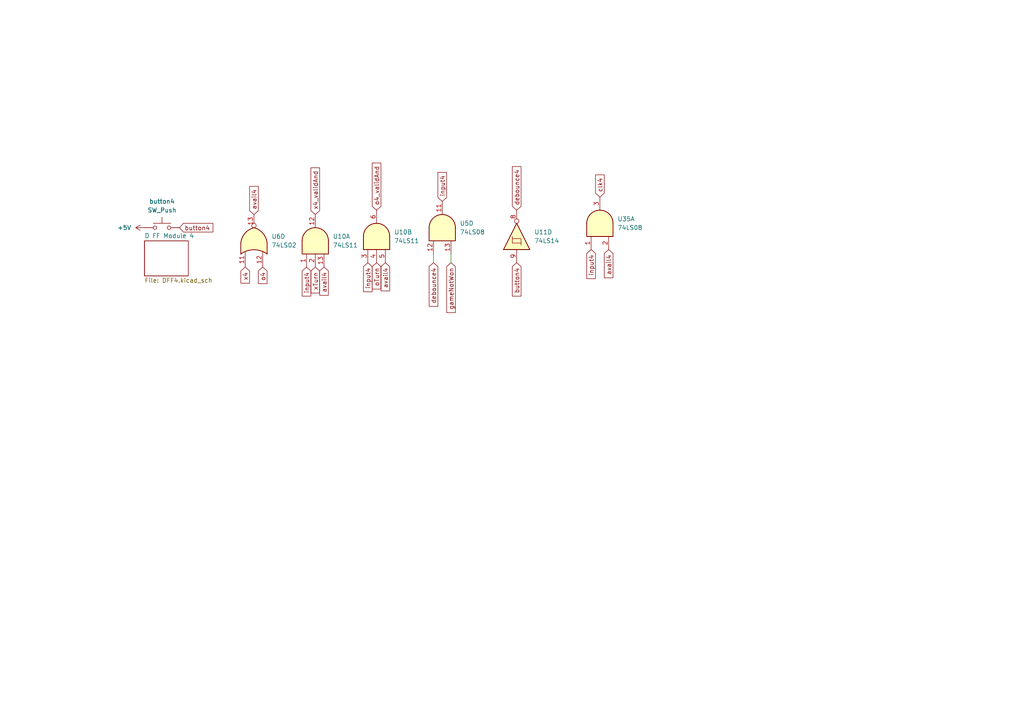
<source format=kicad_sch>
(kicad_sch
	(version 20250114)
	(generator "eeschema")
	(generator_version "9.0")
	(uuid "ecc926be-ca33-4adb-bca6-9f5bee590cbc")
	(paper "A4")
	(lib_symbols
		(symbol "74xx:74LS02"
			(pin_names
				(offset 1.016)
			)
			(exclude_from_sim no)
			(in_bom yes)
			(on_board yes)
			(property "Reference" "U"
				(at 0 1.27 0)
				(effects
					(font
						(size 1.27 1.27)
					)
				)
			)
			(property "Value" "74LS02"
				(at 0 -1.27 0)
				(effects
					(font
						(size 1.27 1.27)
					)
				)
			)
			(property "Footprint" ""
				(at 0 0 0)
				(effects
					(font
						(size 1.27 1.27)
					)
					(hide yes)
				)
			)
			(property "Datasheet" "http://www.ti.com/lit/gpn/sn74ls02"
				(at 0 0 0)
				(effects
					(font
						(size 1.27 1.27)
					)
					(hide yes)
				)
			)
			(property "Description" "quad 2-input NOR gate"
				(at 0 0 0)
				(effects
					(font
						(size 1.27 1.27)
					)
					(hide yes)
				)
			)
			(property "ki_locked" ""
				(at 0 0 0)
				(effects
					(font
						(size 1.27 1.27)
					)
				)
			)
			(property "ki_keywords" "TTL Nor2"
				(at 0 0 0)
				(effects
					(font
						(size 1.27 1.27)
					)
					(hide yes)
				)
			)
			(property "ki_fp_filters" "SO14* DIP*W7.62mm*"
				(at 0 0 0)
				(effects
					(font
						(size 1.27 1.27)
					)
					(hide yes)
				)
			)
			(symbol "74LS02_1_1"
				(arc
					(start -3.81 3.81)
					(mid -2.589 0)
					(end -3.81 -3.81)
					(stroke
						(width 0.254)
						(type default)
					)
					(fill
						(type none)
					)
				)
				(polyline
					(pts
						(xy -3.81 3.81) (xy -0.635 3.81)
					)
					(stroke
						(width 0.254)
						(type default)
					)
					(fill
						(type background)
					)
				)
				(polyline
					(pts
						(xy -3.81 -3.81) (xy -0.635 -3.81)
					)
					(stroke
						(width 0.254)
						(type default)
					)
					(fill
						(type background)
					)
				)
				(arc
					(start 3.81 0)
					(mid 2.1855 -2.584)
					(end -0.6096 -3.81)
					(stroke
						(width 0.254)
						(type default)
					)
					(fill
						(type background)
					)
				)
				(arc
					(start -0.6096 3.81)
					(mid 2.1928 2.5924)
					(end 3.81 0)
					(stroke
						(width 0.254)
						(type default)
					)
					(fill
						(type background)
					)
				)
				(polyline
					(pts
						(xy -0.635 3.81) (xy -3.81 3.81) (xy -3.81 3.81) (xy -3.556 3.4036) (xy -3.0226 2.2606) (xy -2.6924 1.0414)
						(xy -2.6162 -0.254) (xy -2.7686 -1.4986) (xy -3.175 -2.7178) (xy -3.81 -3.81) (xy -3.81 -3.81)
						(xy -0.635 -3.81)
					)
					(stroke
						(width -25.4)
						(type default)
					)
					(fill
						(type background)
					)
				)
				(pin input line
					(at -7.62 2.54 0)
					(length 4.318)
					(name "~"
						(effects
							(font
								(size 1.27 1.27)
							)
						)
					)
					(number "2"
						(effects
							(font
								(size 1.27 1.27)
							)
						)
					)
				)
				(pin input line
					(at -7.62 -2.54 0)
					(length 4.318)
					(name "~"
						(effects
							(font
								(size 1.27 1.27)
							)
						)
					)
					(number "3"
						(effects
							(font
								(size 1.27 1.27)
							)
						)
					)
				)
				(pin output inverted
					(at 7.62 0 180)
					(length 3.81)
					(name "~"
						(effects
							(font
								(size 1.27 1.27)
							)
						)
					)
					(number "1"
						(effects
							(font
								(size 1.27 1.27)
							)
						)
					)
				)
			)
			(symbol "74LS02_1_2"
				(arc
					(start 0 3.81)
					(mid 3.7934 0)
					(end 0 -3.81)
					(stroke
						(width 0.254)
						(type default)
					)
					(fill
						(type background)
					)
				)
				(polyline
					(pts
						(xy 0 3.81) (xy -3.81 3.81) (xy -3.81 -3.81) (xy 0 -3.81)
					)
					(stroke
						(width 0.254)
						(type default)
					)
					(fill
						(type background)
					)
				)
				(pin input inverted
					(at -7.62 2.54 0)
					(length 3.81)
					(name "~"
						(effects
							(font
								(size 1.27 1.27)
							)
						)
					)
					(number "2"
						(effects
							(font
								(size 1.27 1.27)
							)
						)
					)
				)
				(pin input inverted
					(at -7.62 -2.54 0)
					(length 3.81)
					(name "~"
						(effects
							(font
								(size 1.27 1.27)
							)
						)
					)
					(number "3"
						(effects
							(font
								(size 1.27 1.27)
							)
						)
					)
				)
				(pin output line
					(at 7.62 0 180)
					(length 3.81)
					(name "~"
						(effects
							(font
								(size 1.27 1.27)
							)
						)
					)
					(number "1"
						(effects
							(font
								(size 1.27 1.27)
							)
						)
					)
				)
			)
			(symbol "74LS02_2_1"
				(arc
					(start -3.81 3.81)
					(mid -2.589 0)
					(end -3.81 -3.81)
					(stroke
						(width 0.254)
						(type default)
					)
					(fill
						(type none)
					)
				)
				(polyline
					(pts
						(xy -3.81 3.81) (xy -0.635 3.81)
					)
					(stroke
						(width 0.254)
						(type default)
					)
					(fill
						(type background)
					)
				)
				(polyline
					(pts
						(xy -3.81 -3.81) (xy -0.635 -3.81)
					)
					(stroke
						(width 0.254)
						(type default)
					)
					(fill
						(type background)
					)
				)
				(arc
					(start 3.81 0)
					(mid 2.1855 -2.584)
					(end -0.6096 -3.81)
					(stroke
						(width 0.254)
						(type default)
					)
					(fill
						(type background)
					)
				)
				(arc
					(start -0.6096 3.81)
					(mid 2.1928 2.5924)
					(end 3.81 0)
					(stroke
						(width 0.254)
						(type default)
					)
					(fill
						(type background)
					)
				)
				(polyline
					(pts
						(xy -0.635 3.81) (xy -3.81 3.81) (xy -3.81 3.81) (xy -3.556 3.4036) (xy -3.0226 2.2606) (xy -2.6924 1.0414)
						(xy -2.6162 -0.254) (xy -2.7686 -1.4986) (xy -3.175 -2.7178) (xy -3.81 -3.81) (xy -3.81 -3.81)
						(xy -0.635 -3.81)
					)
					(stroke
						(width -25.4)
						(type default)
					)
					(fill
						(type background)
					)
				)
				(pin input line
					(at -7.62 2.54 0)
					(length 4.318)
					(name "~"
						(effects
							(font
								(size 1.27 1.27)
							)
						)
					)
					(number "5"
						(effects
							(font
								(size 1.27 1.27)
							)
						)
					)
				)
				(pin input line
					(at -7.62 -2.54 0)
					(length 4.318)
					(name "~"
						(effects
							(font
								(size 1.27 1.27)
							)
						)
					)
					(number "6"
						(effects
							(font
								(size 1.27 1.27)
							)
						)
					)
				)
				(pin output inverted
					(at 7.62 0 180)
					(length 3.81)
					(name "~"
						(effects
							(font
								(size 1.27 1.27)
							)
						)
					)
					(number "4"
						(effects
							(font
								(size 1.27 1.27)
							)
						)
					)
				)
			)
			(symbol "74LS02_2_2"
				(arc
					(start 0 3.81)
					(mid 3.7934 0)
					(end 0 -3.81)
					(stroke
						(width 0.254)
						(type default)
					)
					(fill
						(type background)
					)
				)
				(polyline
					(pts
						(xy 0 3.81) (xy -3.81 3.81) (xy -3.81 -3.81) (xy 0 -3.81)
					)
					(stroke
						(width 0.254)
						(type default)
					)
					(fill
						(type background)
					)
				)
				(pin input inverted
					(at -7.62 2.54 0)
					(length 3.81)
					(name "~"
						(effects
							(font
								(size 1.27 1.27)
							)
						)
					)
					(number "5"
						(effects
							(font
								(size 1.27 1.27)
							)
						)
					)
				)
				(pin input inverted
					(at -7.62 -2.54 0)
					(length 3.81)
					(name "~"
						(effects
							(font
								(size 1.27 1.27)
							)
						)
					)
					(number "6"
						(effects
							(font
								(size 1.27 1.27)
							)
						)
					)
				)
				(pin output line
					(at 7.62 0 180)
					(length 3.81)
					(name "~"
						(effects
							(font
								(size 1.27 1.27)
							)
						)
					)
					(number "4"
						(effects
							(font
								(size 1.27 1.27)
							)
						)
					)
				)
			)
			(symbol "74LS02_3_1"
				(arc
					(start -3.81 3.81)
					(mid -2.589 0)
					(end -3.81 -3.81)
					(stroke
						(width 0.254)
						(type default)
					)
					(fill
						(type none)
					)
				)
				(polyline
					(pts
						(xy -3.81 3.81) (xy -0.635 3.81)
					)
					(stroke
						(width 0.254)
						(type default)
					)
					(fill
						(type background)
					)
				)
				(polyline
					(pts
						(xy -3.81 -3.81) (xy -0.635 -3.81)
					)
					(stroke
						(width 0.254)
						(type default)
					)
					(fill
						(type background)
					)
				)
				(arc
					(start 3.81 0)
					(mid 2.1855 -2.584)
					(end -0.6096 -3.81)
					(stroke
						(width 0.254)
						(type default)
					)
					(fill
						(type background)
					)
				)
				(arc
					(start -0.6096 3.81)
					(mid 2.1928 2.5924)
					(end 3.81 0)
					(stroke
						(width 0.254)
						(type default)
					)
					(fill
						(type background)
					)
				)
				(polyline
					(pts
						(xy -0.635 3.81) (xy -3.81 3.81) (xy -3.81 3.81) (xy -3.556 3.4036) (xy -3.0226 2.2606) (xy -2.6924 1.0414)
						(xy -2.6162 -0.254) (xy -2.7686 -1.4986) (xy -3.175 -2.7178) (xy -3.81 -3.81) (xy -3.81 -3.81)
						(xy -0.635 -3.81)
					)
					(stroke
						(width -25.4)
						(type default)
					)
					(fill
						(type background)
					)
				)
				(pin input line
					(at -7.62 2.54 0)
					(length 4.318)
					(name "~"
						(effects
							(font
								(size 1.27 1.27)
							)
						)
					)
					(number "8"
						(effects
							(font
								(size 1.27 1.27)
							)
						)
					)
				)
				(pin input line
					(at -7.62 -2.54 0)
					(length 4.318)
					(name "~"
						(effects
							(font
								(size 1.27 1.27)
							)
						)
					)
					(number "9"
						(effects
							(font
								(size 1.27 1.27)
							)
						)
					)
				)
				(pin output inverted
					(at 7.62 0 180)
					(length 3.81)
					(name "~"
						(effects
							(font
								(size 1.27 1.27)
							)
						)
					)
					(number "10"
						(effects
							(font
								(size 1.27 1.27)
							)
						)
					)
				)
			)
			(symbol "74LS02_3_2"
				(arc
					(start 0 3.81)
					(mid 3.7934 0)
					(end 0 -3.81)
					(stroke
						(width 0.254)
						(type default)
					)
					(fill
						(type background)
					)
				)
				(polyline
					(pts
						(xy 0 3.81) (xy -3.81 3.81) (xy -3.81 -3.81) (xy 0 -3.81)
					)
					(stroke
						(width 0.254)
						(type default)
					)
					(fill
						(type background)
					)
				)
				(pin input inverted
					(at -7.62 2.54 0)
					(length 3.81)
					(name "~"
						(effects
							(font
								(size 1.27 1.27)
							)
						)
					)
					(number "8"
						(effects
							(font
								(size 1.27 1.27)
							)
						)
					)
				)
				(pin input inverted
					(at -7.62 -2.54 0)
					(length 3.81)
					(name "~"
						(effects
							(font
								(size 1.27 1.27)
							)
						)
					)
					(number "9"
						(effects
							(font
								(size 1.27 1.27)
							)
						)
					)
				)
				(pin output line
					(at 7.62 0 180)
					(length 3.81)
					(name "~"
						(effects
							(font
								(size 1.27 1.27)
							)
						)
					)
					(number "10"
						(effects
							(font
								(size 1.27 1.27)
							)
						)
					)
				)
			)
			(symbol "74LS02_4_1"
				(arc
					(start -3.81 3.81)
					(mid -2.589 0)
					(end -3.81 -3.81)
					(stroke
						(width 0.254)
						(type default)
					)
					(fill
						(type none)
					)
				)
				(polyline
					(pts
						(xy -3.81 3.81) (xy -0.635 3.81)
					)
					(stroke
						(width 0.254)
						(type default)
					)
					(fill
						(type background)
					)
				)
				(polyline
					(pts
						(xy -3.81 -3.81) (xy -0.635 -3.81)
					)
					(stroke
						(width 0.254)
						(type default)
					)
					(fill
						(type background)
					)
				)
				(arc
					(start 3.81 0)
					(mid 2.1855 -2.584)
					(end -0.6096 -3.81)
					(stroke
						(width 0.254)
						(type default)
					)
					(fill
						(type background)
					)
				)
				(arc
					(start -0.6096 3.81)
					(mid 2.1928 2.5924)
					(end 3.81 0)
					(stroke
						(width 0.254)
						(type default)
					)
					(fill
						(type background)
					)
				)
				(polyline
					(pts
						(xy -0.635 3.81) (xy -3.81 3.81) (xy -3.81 3.81) (xy -3.556 3.4036) (xy -3.0226 2.2606) (xy -2.6924 1.0414)
						(xy -2.6162 -0.254) (xy -2.7686 -1.4986) (xy -3.175 -2.7178) (xy -3.81 -3.81) (xy -3.81 -3.81)
						(xy -0.635 -3.81)
					)
					(stroke
						(width -25.4)
						(type default)
					)
					(fill
						(type background)
					)
				)
				(pin input line
					(at -7.62 2.54 0)
					(length 4.318)
					(name "~"
						(effects
							(font
								(size 1.27 1.27)
							)
						)
					)
					(number "11"
						(effects
							(font
								(size 1.27 1.27)
							)
						)
					)
				)
				(pin input line
					(at -7.62 -2.54 0)
					(length 4.318)
					(name "~"
						(effects
							(font
								(size 1.27 1.27)
							)
						)
					)
					(number "12"
						(effects
							(font
								(size 1.27 1.27)
							)
						)
					)
				)
				(pin output inverted
					(at 7.62 0 180)
					(length 3.81)
					(name "~"
						(effects
							(font
								(size 1.27 1.27)
							)
						)
					)
					(number "13"
						(effects
							(font
								(size 1.27 1.27)
							)
						)
					)
				)
			)
			(symbol "74LS02_4_2"
				(arc
					(start 0 3.81)
					(mid 3.7934 0)
					(end 0 -3.81)
					(stroke
						(width 0.254)
						(type default)
					)
					(fill
						(type background)
					)
				)
				(polyline
					(pts
						(xy 0 3.81) (xy -3.81 3.81) (xy -3.81 -3.81) (xy 0 -3.81)
					)
					(stroke
						(width 0.254)
						(type default)
					)
					(fill
						(type background)
					)
				)
				(pin input inverted
					(at -7.62 2.54 0)
					(length 3.81)
					(name "~"
						(effects
							(font
								(size 1.27 1.27)
							)
						)
					)
					(number "11"
						(effects
							(font
								(size 1.27 1.27)
							)
						)
					)
				)
				(pin input inverted
					(at -7.62 -2.54 0)
					(length 3.81)
					(name "~"
						(effects
							(font
								(size 1.27 1.27)
							)
						)
					)
					(number "12"
						(effects
							(font
								(size 1.27 1.27)
							)
						)
					)
				)
				(pin output line
					(at 7.62 0 180)
					(length 3.81)
					(name "~"
						(effects
							(font
								(size 1.27 1.27)
							)
						)
					)
					(number "13"
						(effects
							(font
								(size 1.27 1.27)
							)
						)
					)
				)
			)
			(symbol "74LS02_5_0"
				(pin power_in line
					(at 0 12.7 270)
					(length 5.08)
					(name "VCC"
						(effects
							(font
								(size 1.27 1.27)
							)
						)
					)
					(number "14"
						(effects
							(font
								(size 1.27 1.27)
							)
						)
					)
				)
				(pin power_in line
					(at 0 -12.7 90)
					(length 5.08)
					(name "GND"
						(effects
							(font
								(size 1.27 1.27)
							)
						)
					)
					(number "7"
						(effects
							(font
								(size 1.27 1.27)
							)
						)
					)
				)
			)
			(symbol "74LS02_5_1"
				(rectangle
					(start -5.08 7.62)
					(end 5.08 -7.62)
					(stroke
						(width 0.254)
						(type default)
					)
					(fill
						(type background)
					)
				)
			)
			(embedded_fonts no)
		)
		(symbol "74xx:74LS08"
			(pin_names
				(offset 1.016)
			)
			(exclude_from_sim no)
			(in_bom yes)
			(on_board yes)
			(property "Reference" "U"
				(at 0 1.27 0)
				(effects
					(font
						(size 1.27 1.27)
					)
				)
			)
			(property "Value" "74LS08"
				(at 0 -1.27 0)
				(effects
					(font
						(size 1.27 1.27)
					)
				)
			)
			(property "Footprint" ""
				(at 0 0 0)
				(effects
					(font
						(size 1.27 1.27)
					)
					(hide yes)
				)
			)
			(property "Datasheet" "http://www.ti.com/lit/gpn/sn74LS08"
				(at 0 0 0)
				(effects
					(font
						(size 1.27 1.27)
					)
					(hide yes)
				)
			)
			(property "Description" "Quad And2"
				(at 0 0 0)
				(effects
					(font
						(size 1.27 1.27)
					)
					(hide yes)
				)
			)
			(property "ki_locked" ""
				(at 0 0 0)
				(effects
					(font
						(size 1.27 1.27)
					)
				)
			)
			(property "ki_keywords" "TTL and2"
				(at 0 0 0)
				(effects
					(font
						(size 1.27 1.27)
					)
					(hide yes)
				)
			)
			(property "ki_fp_filters" "DIP*W7.62mm*"
				(at 0 0 0)
				(effects
					(font
						(size 1.27 1.27)
					)
					(hide yes)
				)
			)
			(symbol "74LS08_1_1"
				(arc
					(start 0 3.81)
					(mid 3.7934 0)
					(end 0 -3.81)
					(stroke
						(width 0.254)
						(type default)
					)
					(fill
						(type background)
					)
				)
				(polyline
					(pts
						(xy 0 3.81) (xy -3.81 3.81) (xy -3.81 -3.81) (xy 0 -3.81)
					)
					(stroke
						(width 0.254)
						(type default)
					)
					(fill
						(type background)
					)
				)
				(pin input line
					(at -7.62 2.54 0)
					(length 3.81)
					(name "~"
						(effects
							(font
								(size 1.27 1.27)
							)
						)
					)
					(number "1"
						(effects
							(font
								(size 1.27 1.27)
							)
						)
					)
				)
				(pin input line
					(at -7.62 -2.54 0)
					(length 3.81)
					(name "~"
						(effects
							(font
								(size 1.27 1.27)
							)
						)
					)
					(number "2"
						(effects
							(font
								(size 1.27 1.27)
							)
						)
					)
				)
				(pin output line
					(at 7.62 0 180)
					(length 3.81)
					(name "~"
						(effects
							(font
								(size 1.27 1.27)
							)
						)
					)
					(number "3"
						(effects
							(font
								(size 1.27 1.27)
							)
						)
					)
				)
			)
			(symbol "74LS08_1_2"
				(arc
					(start -3.81 3.81)
					(mid -2.589 0)
					(end -3.81 -3.81)
					(stroke
						(width 0.254)
						(type default)
					)
					(fill
						(type none)
					)
				)
				(polyline
					(pts
						(xy -3.81 3.81) (xy -0.635 3.81)
					)
					(stroke
						(width 0.254)
						(type default)
					)
					(fill
						(type background)
					)
				)
				(polyline
					(pts
						(xy -3.81 -3.81) (xy -0.635 -3.81)
					)
					(stroke
						(width 0.254)
						(type default)
					)
					(fill
						(type background)
					)
				)
				(arc
					(start 3.81 0)
					(mid 2.1855 -2.584)
					(end -0.6096 -3.81)
					(stroke
						(width 0.254)
						(type default)
					)
					(fill
						(type background)
					)
				)
				(arc
					(start -0.6096 3.81)
					(mid 2.1928 2.5924)
					(end 3.81 0)
					(stroke
						(width 0.254)
						(type default)
					)
					(fill
						(type background)
					)
				)
				(polyline
					(pts
						(xy -0.635 3.81) (xy -3.81 3.81) (xy -3.81 3.81) (xy -3.556 3.4036) (xy -3.0226 2.2606) (xy -2.6924 1.0414)
						(xy -2.6162 -0.254) (xy -2.7686 -1.4986) (xy -3.175 -2.7178) (xy -3.81 -3.81) (xy -3.81 -3.81)
						(xy -0.635 -3.81)
					)
					(stroke
						(width -25.4)
						(type default)
					)
					(fill
						(type background)
					)
				)
				(pin input inverted
					(at -7.62 2.54 0)
					(length 4.318)
					(name "~"
						(effects
							(font
								(size 1.27 1.27)
							)
						)
					)
					(number "1"
						(effects
							(font
								(size 1.27 1.27)
							)
						)
					)
				)
				(pin input inverted
					(at -7.62 -2.54 0)
					(length 4.318)
					(name "~"
						(effects
							(font
								(size 1.27 1.27)
							)
						)
					)
					(number "2"
						(effects
							(font
								(size 1.27 1.27)
							)
						)
					)
				)
				(pin output inverted
					(at 7.62 0 180)
					(length 3.81)
					(name "~"
						(effects
							(font
								(size 1.27 1.27)
							)
						)
					)
					(number "3"
						(effects
							(font
								(size 1.27 1.27)
							)
						)
					)
				)
			)
			(symbol "74LS08_2_1"
				(arc
					(start 0 3.81)
					(mid 3.7934 0)
					(end 0 -3.81)
					(stroke
						(width 0.254)
						(type default)
					)
					(fill
						(type background)
					)
				)
				(polyline
					(pts
						(xy 0 3.81) (xy -3.81 3.81) (xy -3.81 -3.81) (xy 0 -3.81)
					)
					(stroke
						(width 0.254)
						(type default)
					)
					(fill
						(type background)
					)
				)
				(pin input line
					(at -7.62 2.54 0)
					(length 3.81)
					(name "~"
						(effects
							(font
								(size 1.27 1.27)
							)
						)
					)
					(number "4"
						(effects
							(font
								(size 1.27 1.27)
							)
						)
					)
				)
				(pin input line
					(at -7.62 -2.54 0)
					(length 3.81)
					(name "~"
						(effects
							(font
								(size 1.27 1.27)
							)
						)
					)
					(number "5"
						(effects
							(font
								(size 1.27 1.27)
							)
						)
					)
				)
				(pin output line
					(at 7.62 0 180)
					(length 3.81)
					(name "~"
						(effects
							(font
								(size 1.27 1.27)
							)
						)
					)
					(number "6"
						(effects
							(font
								(size 1.27 1.27)
							)
						)
					)
				)
			)
			(symbol "74LS08_2_2"
				(arc
					(start -3.81 3.81)
					(mid -2.589 0)
					(end -3.81 -3.81)
					(stroke
						(width 0.254)
						(type default)
					)
					(fill
						(type none)
					)
				)
				(polyline
					(pts
						(xy -3.81 3.81) (xy -0.635 3.81)
					)
					(stroke
						(width 0.254)
						(type default)
					)
					(fill
						(type background)
					)
				)
				(polyline
					(pts
						(xy -3.81 -3.81) (xy -0.635 -3.81)
					)
					(stroke
						(width 0.254)
						(type default)
					)
					(fill
						(type background)
					)
				)
				(arc
					(start 3.81 0)
					(mid 2.1855 -2.584)
					(end -0.6096 -3.81)
					(stroke
						(width 0.254)
						(type default)
					)
					(fill
						(type background)
					)
				)
				(arc
					(start -0.6096 3.81)
					(mid 2.1928 2.5924)
					(end 3.81 0)
					(stroke
						(width 0.254)
						(type default)
					)
					(fill
						(type background)
					)
				)
				(polyline
					(pts
						(xy -0.635 3.81) (xy -3.81 3.81) (xy -3.81 3.81) (xy -3.556 3.4036) (xy -3.0226 2.2606) (xy -2.6924 1.0414)
						(xy -2.6162 -0.254) (xy -2.7686 -1.4986) (xy -3.175 -2.7178) (xy -3.81 -3.81) (xy -3.81 -3.81)
						(xy -0.635 -3.81)
					)
					(stroke
						(width -25.4)
						(type default)
					)
					(fill
						(type background)
					)
				)
				(pin input inverted
					(at -7.62 2.54 0)
					(length 4.318)
					(name "~"
						(effects
							(font
								(size 1.27 1.27)
							)
						)
					)
					(number "4"
						(effects
							(font
								(size 1.27 1.27)
							)
						)
					)
				)
				(pin input inverted
					(at -7.62 -2.54 0)
					(length 4.318)
					(name "~"
						(effects
							(font
								(size 1.27 1.27)
							)
						)
					)
					(number "5"
						(effects
							(font
								(size 1.27 1.27)
							)
						)
					)
				)
				(pin output inverted
					(at 7.62 0 180)
					(length 3.81)
					(name "~"
						(effects
							(font
								(size 1.27 1.27)
							)
						)
					)
					(number "6"
						(effects
							(font
								(size 1.27 1.27)
							)
						)
					)
				)
			)
			(symbol "74LS08_3_1"
				(arc
					(start 0 3.81)
					(mid 3.7934 0)
					(end 0 -3.81)
					(stroke
						(width 0.254)
						(type default)
					)
					(fill
						(type background)
					)
				)
				(polyline
					(pts
						(xy 0 3.81) (xy -3.81 3.81) (xy -3.81 -3.81) (xy 0 -3.81)
					)
					(stroke
						(width 0.254)
						(type default)
					)
					(fill
						(type background)
					)
				)
				(pin input line
					(at -7.62 2.54 0)
					(length 3.81)
					(name "~"
						(effects
							(font
								(size 1.27 1.27)
							)
						)
					)
					(number "9"
						(effects
							(font
								(size 1.27 1.27)
							)
						)
					)
				)
				(pin input line
					(at -7.62 -2.54 0)
					(length 3.81)
					(name "~"
						(effects
							(font
								(size 1.27 1.27)
							)
						)
					)
					(number "10"
						(effects
							(font
								(size 1.27 1.27)
							)
						)
					)
				)
				(pin output line
					(at 7.62 0 180)
					(length 3.81)
					(name "~"
						(effects
							(font
								(size 1.27 1.27)
							)
						)
					)
					(number "8"
						(effects
							(font
								(size 1.27 1.27)
							)
						)
					)
				)
			)
			(symbol "74LS08_3_2"
				(arc
					(start -3.81 3.81)
					(mid -2.589 0)
					(end -3.81 -3.81)
					(stroke
						(width 0.254)
						(type default)
					)
					(fill
						(type none)
					)
				)
				(polyline
					(pts
						(xy -3.81 3.81) (xy -0.635 3.81)
					)
					(stroke
						(width 0.254)
						(type default)
					)
					(fill
						(type background)
					)
				)
				(polyline
					(pts
						(xy -3.81 -3.81) (xy -0.635 -3.81)
					)
					(stroke
						(width 0.254)
						(type default)
					)
					(fill
						(type background)
					)
				)
				(arc
					(start 3.81 0)
					(mid 2.1855 -2.584)
					(end -0.6096 -3.81)
					(stroke
						(width 0.254)
						(type default)
					)
					(fill
						(type background)
					)
				)
				(arc
					(start -0.6096 3.81)
					(mid 2.1928 2.5924)
					(end 3.81 0)
					(stroke
						(width 0.254)
						(type default)
					)
					(fill
						(type background)
					)
				)
				(polyline
					(pts
						(xy -0.635 3.81) (xy -3.81 3.81) (xy -3.81 3.81) (xy -3.556 3.4036) (xy -3.0226 2.2606) (xy -2.6924 1.0414)
						(xy -2.6162 -0.254) (xy -2.7686 -1.4986) (xy -3.175 -2.7178) (xy -3.81 -3.81) (xy -3.81 -3.81)
						(xy -0.635 -3.81)
					)
					(stroke
						(width -25.4)
						(type default)
					)
					(fill
						(type background)
					)
				)
				(pin input inverted
					(at -7.62 2.54 0)
					(length 4.318)
					(name "~"
						(effects
							(font
								(size 1.27 1.27)
							)
						)
					)
					(number "9"
						(effects
							(font
								(size 1.27 1.27)
							)
						)
					)
				)
				(pin input inverted
					(at -7.62 -2.54 0)
					(length 4.318)
					(name "~"
						(effects
							(font
								(size 1.27 1.27)
							)
						)
					)
					(number "10"
						(effects
							(font
								(size 1.27 1.27)
							)
						)
					)
				)
				(pin output inverted
					(at 7.62 0 180)
					(length 3.81)
					(name "~"
						(effects
							(font
								(size 1.27 1.27)
							)
						)
					)
					(number "8"
						(effects
							(font
								(size 1.27 1.27)
							)
						)
					)
				)
			)
			(symbol "74LS08_4_1"
				(arc
					(start 0 3.81)
					(mid 3.7934 0)
					(end 0 -3.81)
					(stroke
						(width 0.254)
						(type default)
					)
					(fill
						(type background)
					)
				)
				(polyline
					(pts
						(xy 0 3.81) (xy -3.81 3.81) (xy -3.81 -3.81) (xy 0 -3.81)
					)
					(stroke
						(width 0.254)
						(type default)
					)
					(fill
						(type background)
					)
				)
				(pin input line
					(at -7.62 2.54 0)
					(length 3.81)
					(name "~"
						(effects
							(font
								(size 1.27 1.27)
							)
						)
					)
					(number "12"
						(effects
							(font
								(size 1.27 1.27)
							)
						)
					)
				)
				(pin input line
					(at -7.62 -2.54 0)
					(length 3.81)
					(name "~"
						(effects
							(font
								(size 1.27 1.27)
							)
						)
					)
					(number "13"
						(effects
							(font
								(size 1.27 1.27)
							)
						)
					)
				)
				(pin output line
					(at 7.62 0 180)
					(length 3.81)
					(name "~"
						(effects
							(font
								(size 1.27 1.27)
							)
						)
					)
					(number "11"
						(effects
							(font
								(size 1.27 1.27)
							)
						)
					)
				)
			)
			(symbol "74LS08_4_2"
				(arc
					(start -3.81 3.81)
					(mid -2.589 0)
					(end -3.81 -3.81)
					(stroke
						(width 0.254)
						(type default)
					)
					(fill
						(type none)
					)
				)
				(polyline
					(pts
						(xy -3.81 3.81) (xy -0.635 3.81)
					)
					(stroke
						(width 0.254)
						(type default)
					)
					(fill
						(type background)
					)
				)
				(polyline
					(pts
						(xy -3.81 -3.81) (xy -0.635 -3.81)
					)
					(stroke
						(width 0.254)
						(type default)
					)
					(fill
						(type background)
					)
				)
				(arc
					(start 3.81 0)
					(mid 2.1855 -2.584)
					(end -0.6096 -3.81)
					(stroke
						(width 0.254)
						(type default)
					)
					(fill
						(type background)
					)
				)
				(arc
					(start -0.6096 3.81)
					(mid 2.1928 2.5924)
					(end 3.81 0)
					(stroke
						(width 0.254)
						(type default)
					)
					(fill
						(type background)
					)
				)
				(polyline
					(pts
						(xy -0.635 3.81) (xy -3.81 3.81) (xy -3.81 3.81) (xy -3.556 3.4036) (xy -3.0226 2.2606) (xy -2.6924 1.0414)
						(xy -2.6162 -0.254) (xy -2.7686 -1.4986) (xy -3.175 -2.7178) (xy -3.81 -3.81) (xy -3.81 -3.81)
						(xy -0.635 -3.81)
					)
					(stroke
						(width -25.4)
						(type default)
					)
					(fill
						(type background)
					)
				)
				(pin input inverted
					(at -7.62 2.54 0)
					(length 4.318)
					(name "~"
						(effects
							(font
								(size 1.27 1.27)
							)
						)
					)
					(number "12"
						(effects
							(font
								(size 1.27 1.27)
							)
						)
					)
				)
				(pin input inverted
					(at -7.62 -2.54 0)
					(length 4.318)
					(name "~"
						(effects
							(font
								(size 1.27 1.27)
							)
						)
					)
					(number "13"
						(effects
							(font
								(size 1.27 1.27)
							)
						)
					)
				)
				(pin output inverted
					(at 7.62 0 180)
					(length 3.81)
					(name "~"
						(effects
							(font
								(size 1.27 1.27)
							)
						)
					)
					(number "11"
						(effects
							(font
								(size 1.27 1.27)
							)
						)
					)
				)
			)
			(symbol "74LS08_5_0"
				(pin power_in line
					(at 0 12.7 270)
					(length 5.08)
					(name "VCC"
						(effects
							(font
								(size 1.27 1.27)
							)
						)
					)
					(number "14"
						(effects
							(font
								(size 1.27 1.27)
							)
						)
					)
				)
				(pin power_in line
					(at 0 -12.7 90)
					(length 5.08)
					(name "GND"
						(effects
							(font
								(size 1.27 1.27)
							)
						)
					)
					(number "7"
						(effects
							(font
								(size 1.27 1.27)
							)
						)
					)
				)
			)
			(symbol "74LS08_5_1"
				(rectangle
					(start -5.08 7.62)
					(end 5.08 -7.62)
					(stroke
						(width 0.254)
						(type default)
					)
					(fill
						(type background)
					)
				)
			)
			(embedded_fonts no)
		)
		(symbol "74xx:74LS11"
			(pin_names
				(offset 1.016)
			)
			(exclude_from_sim no)
			(in_bom yes)
			(on_board yes)
			(property "Reference" "U"
				(at 0 1.27 0)
				(effects
					(font
						(size 1.27 1.27)
					)
				)
			)
			(property "Value" "74LS11"
				(at 0 -1.27 0)
				(effects
					(font
						(size 1.27 1.27)
					)
				)
			)
			(property "Footprint" ""
				(at 0 0 0)
				(effects
					(font
						(size 1.27 1.27)
					)
					(hide yes)
				)
			)
			(property "Datasheet" "http://www.ti.com/lit/gpn/sn74LS11"
				(at 0 0 0)
				(effects
					(font
						(size 1.27 1.27)
					)
					(hide yes)
				)
			)
			(property "Description" "Triple 3-input AND"
				(at 0 0 0)
				(effects
					(font
						(size 1.27 1.27)
					)
					(hide yes)
				)
			)
			(property "ki_locked" ""
				(at 0 0 0)
				(effects
					(font
						(size 1.27 1.27)
					)
				)
			)
			(property "ki_keywords" "TTL And3"
				(at 0 0 0)
				(effects
					(font
						(size 1.27 1.27)
					)
					(hide yes)
				)
			)
			(property "ki_fp_filters" "DIP*W7.62mm*"
				(at 0 0 0)
				(effects
					(font
						(size 1.27 1.27)
					)
					(hide yes)
				)
			)
			(symbol "74LS11_1_1"
				(arc
					(start 0 3.81)
					(mid 3.7934 0)
					(end 0 -3.81)
					(stroke
						(width 0.254)
						(type default)
					)
					(fill
						(type background)
					)
				)
				(polyline
					(pts
						(xy 0 3.81) (xy -3.81 3.81) (xy -3.81 -3.81) (xy 0 -3.81)
					)
					(stroke
						(width 0.254)
						(type default)
					)
					(fill
						(type background)
					)
				)
				(pin input line
					(at -7.62 2.54 0)
					(length 3.81)
					(name "~"
						(effects
							(font
								(size 1.27 1.27)
							)
						)
					)
					(number "1"
						(effects
							(font
								(size 1.27 1.27)
							)
						)
					)
				)
				(pin input line
					(at -7.62 0 0)
					(length 3.81)
					(name "~"
						(effects
							(font
								(size 1.27 1.27)
							)
						)
					)
					(number "2"
						(effects
							(font
								(size 1.27 1.27)
							)
						)
					)
				)
				(pin input line
					(at -7.62 -2.54 0)
					(length 3.81)
					(name "~"
						(effects
							(font
								(size 1.27 1.27)
							)
						)
					)
					(number "13"
						(effects
							(font
								(size 1.27 1.27)
							)
						)
					)
				)
				(pin output line
					(at 7.62 0 180)
					(length 3.81)
					(name "~"
						(effects
							(font
								(size 1.27 1.27)
							)
						)
					)
					(number "12"
						(effects
							(font
								(size 1.27 1.27)
							)
						)
					)
				)
			)
			(symbol "74LS11_1_2"
				(arc
					(start -3.81 3.81)
					(mid -2.589 0)
					(end -3.81 -3.81)
					(stroke
						(width 0.254)
						(type default)
					)
					(fill
						(type none)
					)
				)
				(polyline
					(pts
						(xy -3.81 3.81) (xy -0.635 3.81)
					)
					(stroke
						(width 0.254)
						(type default)
					)
					(fill
						(type background)
					)
				)
				(polyline
					(pts
						(xy -3.81 -3.81) (xy -0.635 -3.81)
					)
					(stroke
						(width 0.254)
						(type default)
					)
					(fill
						(type background)
					)
				)
				(arc
					(start 3.81 0)
					(mid 2.1855 -2.584)
					(end -0.6096 -3.81)
					(stroke
						(width 0.254)
						(type default)
					)
					(fill
						(type background)
					)
				)
				(arc
					(start -0.6096 3.81)
					(mid 2.1928 2.5924)
					(end 3.81 0)
					(stroke
						(width 0.254)
						(type default)
					)
					(fill
						(type background)
					)
				)
				(polyline
					(pts
						(xy -0.635 3.81) (xy -3.81 3.81) (xy -3.81 3.81) (xy -3.556 3.4036) (xy -3.0226 2.2606) (xy -2.6924 1.0414)
						(xy -2.6162 -0.254) (xy -2.7686 -1.4986) (xy -3.175 -2.7178) (xy -3.81 -3.81) (xy -3.81 -3.81)
						(xy -0.635 -3.81)
					)
					(stroke
						(width -25.4)
						(type default)
					)
					(fill
						(type background)
					)
				)
				(pin input inverted
					(at -7.62 2.54 0)
					(length 4.318)
					(name "~"
						(effects
							(font
								(size 1.27 1.27)
							)
						)
					)
					(number "1"
						(effects
							(font
								(size 1.27 1.27)
							)
						)
					)
				)
				(pin input inverted
					(at -7.62 0 0)
					(length 4.953)
					(name "~"
						(effects
							(font
								(size 1.27 1.27)
							)
						)
					)
					(number "2"
						(effects
							(font
								(size 1.27 1.27)
							)
						)
					)
				)
				(pin input inverted
					(at -7.62 -2.54 0)
					(length 4.318)
					(name "~"
						(effects
							(font
								(size 1.27 1.27)
							)
						)
					)
					(number "13"
						(effects
							(font
								(size 1.27 1.27)
							)
						)
					)
				)
				(pin output inverted
					(at 7.62 0 180)
					(length 3.81)
					(name "~"
						(effects
							(font
								(size 1.27 1.27)
							)
						)
					)
					(number "12"
						(effects
							(font
								(size 1.27 1.27)
							)
						)
					)
				)
			)
			(symbol "74LS11_2_1"
				(arc
					(start 0 3.81)
					(mid 3.7934 0)
					(end 0 -3.81)
					(stroke
						(width 0.254)
						(type default)
					)
					(fill
						(type background)
					)
				)
				(polyline
					(pts
						(xy 0 3.81) (xy -3.81 3.81) (xy -3.81 -3.81) (xy 0 -3.81)
					)
					(stroke
						(width 0.254)
						(type default)
					)
					(fill
						(type background)
					)
				)
				(pin input line
					(at -7.62 2.54 0)
					(length 3.81)
					(name "~"
						(effects
							(font
								(size 1.27 1.27)
							)
						)
					)
					(number "3"
						(effects
							(font
								(size 1.27 1.27)
							)
						)
					)
				)
				(pin input line
					(at -7.62 0 0)
					(length 3.81)
					(name "~"
						(effects
							(font
								(size 1.27 1.27)
							)
						)
					)
					(number "4"
						(effects
							(font
								(size 1.27 1.27)
							)
						)
					)
				)
				(pin input line
					(at -7.62 -2.54 0)
					(length 3.81)
					(name "~"
						(effects
							(font
								(size 1.27 1.27)
							)
						)
					)
					(number "5"
						(effects
							(font
								(size 1.27 1.27)
							)
						)
					)
				)
				(pin output line
					(at 7.62 0 180)
					(length 3.81)
					(name "~"
						(effects
							(font
								(size 1.27 1.27)
							)
						)
					)
					(number "6"
						(effects
							(font
								(size 1.27 1.27)
							)
						)
					)
				)
			)
			(symbol "74LS11_2_2"
				(arc
					(start -3.81 3.81)
					(mid -2.589 0)
					(end -3.81 -3.81)
					(stroke
						(width 0.254)
						(type default)
					)
					(fill
						(type none)
					)
				)
				(polyline
					(pts
						(xy -3.81 3.81) (xy -0.635 3.81)
					)
					(stroke
						(width 0.254)
						(type default)
					)
					(fill
						(type background)
					)
				)
				(polyline
					(pts
						(xy -3.81 -3.81) (xy -0.635 -3.81)
					)
					(stroke
						(width 0.254)
						(type default)
					)
					(fill
						(type background)
					)
				)
				(arc
					(start 3.81 0)
					(mid 2.1855 -2.584)
					(end -0.6096 -3.81)
					(stroke
						(width 0.254)
						(type default)
					)
					(fill
						(type background)
					)
				)
				(arc
					(start -0.6096 3.81)
					(mid 2.1928 2.5924)
					(end 3.81 0)
					(stroke
						(width 0.254)
						(type default)
					)
					(fill
						(type background)
					)
				)
				(polyline
					(pts
						(xy -0.635 3.81) (xy -3.81 3.81) (xy -3.81 3.81) (xy -3.556 3.4036) (xy -3.0226 2.2606) (xy -2.6924 1.0414)
						(xy -2.6162 -0.254) (xy -2.7686 -1.4986) (xy -3.175 -2.7178) (xy -3.81 -3.81) (xy -3.81 -3.81)
						(xy -0.635 -3.81)
					)
					(stroke
						(width -25.4)
						(type default)
					)
					(fill
						(type background)
					)
				)
				(pin input inverted
					(at -7.62 2.54 0)
					(length 4.318)
					(name "~"
						(effects
							(font
								(size 1.27 1.27)
							)
						)
					)
					(number "3"
						(effects
							(font
								(size 1.27 1.27)
							)
						)
					)
				)
				(pin input inverted
					(at -7.62 0 0)
					(length 4.953)
					(name "~"
						(effects
							(font
								(size 1.27 1.27)
							)
						)
					)
					(number "4"
						(effects
							(font
								(size 1.27 1.27)
							)
						)
					)
				)
				(pin input inverted
					(at -7.62 -2.54 0)
					(length 4.318)
					(name "~"
						(effects
							(font
								(size 1.27 1.27)
							)
						)
					)
					(number "5"
						(effects
							(font
								(size 1.27 1.27)
							)
						)
					)
				)
				(pin output inverted
					(at 7.62 0 180)
					(length 3.81)
					(name "~"
						(effects
							(font
								(size 1.27 1.27)
							)
						)
					)
					(number "6"
						(effects
							(font
								(size 1.27 1.27)
							)
						)
					)
				)
			)
			(symbol "74LS11_3_1"
				(arc
					(start 0 3.81)
					(mid 3.7934 0)
					(end 0 -3.81)
					(stroke
						(width 0.254)
						(type default)
					)
					(fill
						(type background)
					)
				)
				(polyline
					(pts
						(xy 0 3.81) (xy -3.81 3.81) (xy -3.81 -3.81) (xy 0 -3.81)
					)
					(stroke
						(width 0.254)
						(type default)
					)
					(fill
						(type background)
					)
				)
				(pin input line
					(at -7.62 2.54 0)
					(length 3.81)
					(name "~"
						(effects
							(font
								(size 1.27 1.27)
							)
						)
					)
					(number "9"
						(effects
							(font
								(size 1.27 1.27)
							)
						)
					)
				)
				(pin input line
					(at -7.62 0 0)
					(length 3.81)
					(name "~"
						(effects
							(font
								(size 1.27 1.27)
							)
						)
					)
					(number "10"
						(effects
							(font
								(size 1.27 1.27)
							)
						)
					)
				)
				(pin input line
					(at -7.62 -2.54 0)
					(length 3.81)
					(name "~"
						(effects
							(font
								(size 1.27 1.27)
							)
						)
					)
					(number "11"
						(effects
							(font
								(size 1.27 1.27)
							)
						)
					)
				)
				(pin output line
					(at 7.62 0 180)
					(length 3.81)
					(name "~"
						(effects
							(font
								(size 1.27 1.27)
							)
						)
					)
					(number "8"
						(effects
							(font
								(size 1.27 1.27)
							)
						)
					)
				)
			)
			(symbol "74LS11_3_2"
				(arc
					(start -3.81 3.81)
					(mid -2.589 0)
					(end -3.81 -3.81)
					(stroke
						(width 0.254)
						(type default)
					)
					(fill
						(type none)
					)
				)
				(polyline
					(pts
						(xy -3.81 3.81) (xy -0.635 3.81)
					)
					(stroke
						(width 0.254)
						(type default)
					)
					(fill
						(type background)
					)
				)
				(polyline
					(pts
						(xy -3.81 -3.81) (xy -0.635 -3.81)
					)
					(stroke
						(width 0.254)
						(type default)
					)
					(fill
						(type background)
					)
				)
				(arc
					(start 3.81 0)
					(mid 2.1855 -2.584)
					(end -0.6096 -3.81)
					(stroke
						(width 0.254)
						(type default)
					)
					(fill
						(type background)
					)
				)
				(arc
					(start -0.6096 3.81)
					(mid 2.1928 2.5924)
					(end 3.81 0)
					(stroke
						(width 0.254)
						(type default)
					)
					(fill
						(type background)
					)
				)
				(polyline
					(pts
						(xy -0.635 3.81) (xy -3.81 3.81) (xy -3.81 3.81) (xy -3.556 3.4036) (xy -3.0226 2.2606) (xy -2.6924 1.0414)
						(xy -2.6162 -0.254) (xy -2.7686 -1.4986) (xy -3.175 -2.7178) (xy -3.81 -3.81) (xy -3.81 -3.81)
						(xy -0.635 -3.81)
					)
					(stroke
						(width -25.4)
						(type default)
					)
					(fill
						(type background)
					)
				)
				(pin input inverted
					(at -7.62 2.54 0)
					(length 4.318)
					(name "~"
						(effects
							(font
								(size 1.27 1.27)
							)
						)
					)
					(number "9"
						(effects
							(font
								(size 1.27 1.27)
							)
						)
					)
				)
				(pin input inverted
					(at -7.62 0 0)
					(length 4.953)
					(name "~"
						(effects
							(font
								(size 1.27 1.27)
							)
						)
					)
					(number "10"
						(effects
							(font
								(size 1.27 1.27)
							)
						)
					)
				)
				(pin input inverted
					(at -7.62 -2.54 0)
					(length 4.318)
					(name "~"
						(effects
							(font
								(size 1.27 1.27)
							)
						)
					)
					(number "11"
						(effects
							(font
								(size 1.27 1.27)
							)
						)
					)
				)
				(pin output inverted
					(at 7.62 0 180)
					(length 3.81)
					(name "~"
						(effects
							(font
								(size 1.27 1.27)
							)
						)
					)
					(number "8"
						(effects
							(font
								(size 1.27 1.27)
							)
						)
					)
				)
			)
			(symbol "74LS11_4_0"
				(pin power_in line
					(at 0 12.7 270)
					(length 5.08)
					(name "VCC"
						(effects
							(font
								(size 1.27 1.27)
							)
						)
					)
					(number "14"
						(effects
							(font
								(size 1.27 1.27)
							)
						)
					)
				)
				(pin power_in line
					(at 0 -12.7 90)
					(length 5.08)
					(name "GND"
						(effects
							(font
								(size 1.27 1.27)
							)
						)
					)
					(number "7"
						(effects
							(font
								(size 1.27 1.27)
							)
						)
					)
				)
			)
			(symbol "74LS11_4_1"
				(rectangle
					(start -5.08 7.62)
					(end 5.08 -7.62)
					(stroke
						(width 0.254)
						(type default)
					)
					(fill
						(type background)
					)
				)
			)
			(embedded_fonts no)
		)
		(symbol "74xx:74LS14"
			(pin_names
				(offset 1.016)
			)
			(exclude_from_sim no)
			(in_bom yes)
			(on_board yes)
			(property "Reference" "U"
				(at 0 1.27 0)
				(effects
					(font
						(size 1.27 1.27)
					)
				)
			)
			(property "Value" "74LS14"
				(at 0 -1.27 0)
				(effects
					(font
						(size 1.27 1.27)
					)
				)
			)
			(property "Footprint" ""
				(at 0 0 0)
				(effects
					(font
						(size 1.27 1.27)
					)
					(hide yes)
				)
			)
			(property "Datasheet" "http://www.ti.com/lit/gpn/sn74LS14"
				(at 0 0 0)
				(effects
					(font
						(size 1.27 1.27)
					)
					(hide yes)
				)
			)
			(property "Description" "Hex inverter schmitt trigger"
				(at 0 0 0)
				(effects
					(font
						(size 1.27 1.27)
					)
					(hide yes)
				)
			)
			(property "ki_locked" ""
				(at 0 0 0)
				(effects
					(font
						(size 1.27 1.27)
					)
				)
			)
			(property "ki_keywords" "TTL not inverter"
				(at 0 0 0)
				(effects
					(font
						(size 1.27 1.27)
					)
					(hide yes)
				)
			)
			(property "ki_fp_filters" "DIP*W7.62mm*"
				(at 0 0 0)
				(effects
					(font
						(size 1.27 1.27)
					)
					(hide yes)
				)
			)
			(symbol "74LS14_1_0"
				(polyline
					(pts
						(xy -3.81 3.81) (xy -3.81 -3.81) (xy 3.81 0) (xy -3.81 3.81)
					)
					(stroke
						(width 0.254)
						(type default)
					)
					(fill
						(type background)
					)
				)
				(pin input line
					(at -7.62 0 0)
					(length 3.81)
					(name "~"
						(effects
							(font
								(size 1.27 1.27)
							)
						)
					)
					(number "1"
						(effects
							(font
								(size 1.27 1.27)
							)
						)
					)
				)
				(pin output inverted
					(at 7.62 0 180)
					(length 3.81)
					(name "~"
						(effects
							(font
								(size 1.27 1.27)
							)
						)
					)
					(number "2"
						(effects
							(font
								(size 1.27 1.27)
							)
						)
					)
				)
			)
			(symbol "74LS14_1_1"
				(polyline
					(pts
						(xy -2.54 -1.27) (xy -0.635 -1.27) (xy -0.635 1.27) (xy 0 1.27)
					)
					(stroke
						(width 0)
						(type default)
					)
					(fill
						(type none)
					)
				)
				(polyline
					(pts
						(xy -1.905 -1.27) (xy -1.905 1.27) (xy -0.635 1.27)
					)
					(stroke
						(width 0)
						(type default)
					)
					(fill
						(type none)
					)
				)
			)
			(symbol "74LS14_2_0"
				(polyline
					(pts
						(xy -3.81 3.81) (xy -3.81 -3.81) (xy 3.81 0) (xy -3.81 3.81)
					)
					(stroke
						(width 0.254)
						(type default)
					)
					(fill
						(type background)
					)
				)
				(pin input line
					(at -7.62 0 0)
					(length 3.81)
					(name "~"
						(effects
							(font
								(size 1.27 1.27)
							)
						)
					)
					(number "3"
						(effects
							(font
								(size 1.27 1.27)
							)
						)
					)
				)
				(pin output inverted
					(at 7.62 0 180)
					(length 3.81)
					(name "~"
						(effects
							(font
								(size 1.27 1.27)
							)
						)
					)
					(number "4"
						(effects
							(font
								(size 1.27 1.27)
							)
						)
					)
				)
			)
			(symbol "74LS14_2_1"
				(polyline
					(pts
						(xy -2.54 -1.27) (xy -0.635 -1.27) (xy -0.635 1.27) (xy 0 1.27)
					)
					(stroke
						(width 0)
						(type default)
					)
					(fill
						(type none)
					)
				)
				(polyline
					(pts
						(xy -1.905 -1.27) (xy -1.905 1.27) (xy -0.635 1.27)
					)
					(stroke
						(width 0)
						(type default)
					)
					(fill
						(type none)
					)
				)
			)
			(symbol "74LS14_3_0"
				(polyline
					(pts
						(xy -3.81 3.81) (xy -3.81 -3.81) (xy 3.81 0) (xy -3.81 3.81)
					)
					(stroke
						(width 0.254)
						(type default)
					)
					(fill
						(type background)
					)
				)
				(pin input line
					(at -7.62 0 0)
					(length 3.81)
					(name "~"
						(effects
							(font
								(size 1.27 1.27)
							)
						)
					)
					(number "5"
						(effects
							(font
								(size 1.27 1.27)
							)
						)
					)
				)
				(pin output inverted
					(at 7.62 0 180)
					(length 3.81)
					(name "~"
						(effects
							(font
								(size 1.27 1.27)
							)
						)
					)
					(number "6"
						(effects
							(font
								(size 1.27 1.27)
							)
						)
					)
				)
			)
			(symbol "74LS14_3_1"
				(polyline
					(pts
						(xy -2.54 -1.27) (xy -0.635 -1.27) (xy -0.635 1.27) (xy 0 1.27)
					)
					(stroke
						(width 0)
						(type default)
					)
					(fill
						(type none)
					)
				)
				(polyline
					(pts
						(xy -1.905 -1.27) (xy -1.905 1.27) (xy -0.635 1.27)
					)
					(stroke
						(width 0)
						(type default)
					)
					(fill
						(type none)
					)
				)
			)
			(symbol "74LS14_4_0"
				(polyline
					(pts
						(xy -3.81 3.81) (xy -3.81 -3.81) (xy 3.81 0) (xy -3.81 3.81)
					)
					(stroke
						(width 0.254)
						(type default)
					)
					(fill
						(type background)
					)
				)
				(pin input line
					(at -7.62 0 0)
					(length 3.81)
					(name "~"
						(effects
							(font
								(size 1.27 1.27)
							)
						)
					)
					(number "9"
						(effects
							(font
								(size 1.27 1.27)
							)
						)
					)
				)
				(pin output inverted
					(at 7.62 0 180)
					(length 3.81)
					(name "~"
						(effects
							(font
								(size 1.27 1.27)
							)
						)
					)
					(number "8"
						(effects
							(font
								(size 1.27 1.27)
							)
						)
					)
				)
			)
			(symbol "74LS14_4_1"
				(polyline
					(pts
						(xy -2.54 -1.27) (xy -0.635 -1.27) (xy -0.635 1.27) (xy 0 1.27)
					)
					(stroke
						(width 0)
						(type default)
					)
					(fill
						(type none)
					)
				)
				(polyline
					(pts
						(xy -1.905 -1.27) (xy -1.905 1.27) (xy -0.635 1.27)
					)
					(stroke
						(width 0)
						(type default)
					)
					(fill
						(type none)
					)
				)
			)
			(symbol "74LS14_5_0"
				(polyline
					(pts
						(xy -3.81 3.81) (xy -3.81 -3.81) (xy 3.81 0) (xy -3.81 3.81)
					)
					(stroke
						(width 0.254)
						(type default)
					)
					(fill
						(type background)
					)
				)
				(pin input line
					(at -7.62 0 0)
					(length 3.81)
					(name "~"
						(effects
							(font
								(size 1.27 1.27)
							)
						)
					)
					(number "11"
						(effects
							(font
								(size 1.27 1.27)
							)
						)
					)
				)
				(pin output inverted
					(at 7.62 0 180)
					(length 3.81)
					(name "~"
						(effects
							(font
								(size 1.27 1.27)
							)
						)
					)
					(number "10"
						(effects
							(font
								(size 1.27 1.27)
							)
						)
					)
				)
			)
			(symbol "74LS14_5_1"
				(polyline
					(pts
						(xy -2.54 -1.27) (xy -0.635 -1.27) (xy -0.635 1.27) (xy 0 1.27)
					)
					(stroke
						(width 0)
						(type default)
					)
					(fill
						(type none)
					)
				)
				(polyline
					(pts
						(xy -1.905 -1.27) (xy -1.905 1.27) (xy -0.635 1.27)
					)
					(stroke
						(width 0)
						(type default)
					)
					(fill
						(type none)
					)
				)
			)
			(symbol "74LS14_6_0"
				(polyline
					(pts
						(xy -3.81 3.81) (xy -3.81 -3.81) (xy 3.81 0) (xy -3.81 3.81)
					)
					(stroke
						(width 0.254)
						(type default)
					)
					(fill
						(type background)
					)
				)
				(pin input line
					(at -7.62 0 0)
					(length 3.81)
					(name "~"
						(effects
							(font
								(size 1.27 1.27)
							)
						)
					)
					(number "13"
						(effects
							(font
								(size 1.27 1.27)
							)
						)
					)
				)
				(pin output inverted
					(at 7.62 0 180)
					(length 3.81)
					(name "~"
						(effects
							(font
								(size 1.27 1.27)
							)
						)
					)
					(number "12"
						(effects
							(font
								(size 1.27 1.27)
							)
						)
					)
				)
			)
			(symbol "74LS14_6_1"
				(polyline
					(pts
						(xy -2.54 -1.27) (xy -0.635 -1.27) (xy -0.635 1.27) (xy 0 1.27)
					)
					(stroke
						(width 0)
						(type default)
					)
					(fill
						(type none)
					)
				)
				(polyline
					(pts
						(xy -1.905 -1.27) (xy -1.905 1.27) (xy -0.635 1.27)
					)
					(stroke
						(width 0)
						(type default)
					)
					(fill
						(type none)
					)
				)
			)
			(symbol "74LS14_7_0"
				(pin power_in line
					(at 0 12.7 270)
					(length 5.08)
					(name "VCC"
						(effects
							(font
								(size 1.27 1.27)
							)
						)
					)
					(number "14"
						(effects
							(font
								(size 1.27 1.27)
							)
						)
					)
				)
				(pin power_in line
					(at 0 -12.7 90)
					(length 5.08)
					(name "GND"
						(effects
							(font
								(size 1.27 1.27)
							)
						)
					)
					(number "7"
						(effects
							(font
								(size 1.27 1.27)
							)
						)
					)
				)
			)
			(symbol "74LS14_7_1"
				(rectangle
					(start -5.08 7.62)
					(end 5.08 -7.62)
					(stroke
						(width 0.254)
						(type default)
					)
					(fill
						(type background)
					)
				)
			)
			(embedded_fonts no)
		)
		(symbol "Switch:SW_Push"
			(pin_numbers
				(hide yes)
			)
			(pin_names
				(offset 1.016)
				(hide yes)
			)
			(exclude_from_sim no)
			(in_bom yes)
			(on_board yes)
			(property "Reference" "SW"
				(at 1.27 2.54 0)
				(effects
					(font
						(size 1.27 1.27)
					)
					(justify left)
				)
			)
			(property "Value" "SW_Push"
				(at 0 -1.524 0)
				(effects
					(font
						(size 1.27 1.27)
					)
				)
			)
			(property "Footprint" ""
				(at 0 5.08 0)
				(effects
					(font
						(size 1.27 1.27)
					)
					(hide yes)
				)
			)
			(property "Datasheet" "~"
				(at 0 5.08 0)
				(effects
					(font
						(size 1.27 1.27)
					)
					(hide yes)
				)
			)
			(property "Description" "Push button switch, generic, two pins"
				(at 0 0 0)
				(effects
					(font
						(size 1.27 1.27)
					)
					(hide yes)
				)
			)
			(property "ki_keywords" "switch normally-open pushbutton push-button"
				(at 0 0 0)
				(effects
					(font
						(size 1.27 1.27)
					)
					(hide yes)
				)
			)
			(symbol "SW_Push_0_1"
				(circle
					(center -2.032 0)
					(radius 0.508)
					(stroke
						(width 0)
						(type default)
					)
					(fill
						(type none)
					)
				)
				(polyline
					(pts
						(xy 0 1.27) (xy 0 3.048)
					)
					(stroke
						(width 0)
						(type default)
					)
					(fill
						(type none)
					)
				)
				(circle
					(center 2.032 0)
					(radius 0.508)
					(stroke
						(width 0)
						(type default)
					)
					(fill
						(type none)
					)
				)
				(polyline
					(pts
						(xy 2.54 1.27) (xy -2.54 1.27)
					)
					(stroke
						(width 0)
						(type default)
					)
					(fill
						(type none)
					)
				)
				(pin passive line
					(at -5.08 0 0)
					(length 2.54)
					(name "1"
						(effects
							(font
								(size 1.27 1.27)
							)
						)
					)
					(number "1"
						(effects
							(font
								(size 1.27 1.27)
							)
						)
					)
				)
				(pin passive line
					(at 5.08 0 180)
					(length 2.54)
					(name "2"
						(effects
							(font
								(size 1.27 1.27)
							)
						)
					)
					(number "2"
						(effects
							(font
								(size 1.27 1.27)
							)
						)
					)
				)
			)
			(embedded_fonts no)
		)
		(symbol "power:+5V"
			(power)
			(pin_numbers
				(hide yes)
			)
			(pin_names
				(offset 0)
				(hide yes)
			)
			(exclude_from_sim no)
			(in_bom yes)
			(on_board yes)
			(property "Reference" "#PWR"
				(at 0 -3.81 0)
				(effects
					(font
						(size 1.27 1.27)
					)
					(hide yes)
				)
			)
			(property "Value" "+5V"
				(at 0 3.556 0)
				(effects
					(font
						(size 1.27 1.27)
					)
				)
			)
			(property "Footprint" ""
				(at 0 0 0)
				(effects
					(font
						(size 1.27 1.27)
					)
					(hide yes)
				)
			)
			(property "Datasheet" ""
				(at 0 0 0)
				(effects
					(font
						(size 1.27 1.27)
					)
					(hide yes)
				)
			)
			(property "Description" "Power symbol creates a global label with name \"+5V\""
				(at 0 0 0)
				(effects
					(font
						(size 1.27 1.27)
					)
					(hide yes)
				)
			)
			(property "ki_keywords" "global power"
				(at 0 0 0)
				(effects
					(font
						(size 1.27 1.27)
					)
					(hide yes)
				)
			)
			(symbol "+5V_0_1"
				(polyline
					(pts
						(xy -0.762 1.27) (xy 0 2.54)
					)
					(stroke
						(width 0)
						(type default)
					)
					(fill
						(type none)
					)
				)
				(polyline
					(pts
						(xy 0 2.54) (xy 0.762 1.27)
					)
					(stroke
						(width 0)
						(type default)
					)
					(fill
						(type none)
					)
				)
				(polyline
					(pts
						(xy 0 0) (xy 0 2.54)
					)
					(stroke
						(width 0)
						(type default)
					)
					(fill
						(type none)
					)
				)
			)
			(symbol "+5V_1_1"
				(pin power_in line
					(at 0 0 90)
					(length 0)
					(name "~"
						(effects
							(font
								(size 1.27 1.27)
							)
						)
					)
					(number "1"
						(effects
							(font
								(size 1.27 1.27)
							)
						)
					)
				)
			)
			(embedded_fonts no)
		)
	)
	(wire
		(pts
			(xy 125.73 73.66) (xy 125.73 76.2)
		)
		(stroke
			(width 0)
			(type default)
		)
		(uuid "76cc8945-8a4c-4a9e-8fdb-94e4c5f6a028")
	)
	(wire
		(pts
			(xy 130.81 73.66) (xy 130.81 76.2)
		)
		(stroke
			(width 0)
			(type default)
		)
		(uuid "93ec6e08-9a9b-406c-8194-d40c62d569d1")
	)
	(global_label "xTurn"
		(shape input)
		(at 91.44 77.47 270)
		(fields_autoplaced yes)
		(effects
			(font
				(size 1.27 1.27)
			)
			(justify right)
		)
		(uuid "006b45da-dd07-43a6-8f57-34e063b398ec")
		(property "Intersheetrefs" "${INTERSHEET_REFS}"
			(at 91.44 85.5351 90)
			(effects
				(font
					(size 1.27 1.27)
				)
				(justify right)
				(hide yes)
			)
		)
	)
	(global_label "gameNotWon"
		(shape input)
		(at 130.81 76.2 270)
		(fields_autoplaced yes)
		(effects
			(font
				(size 1.27 1.27)
			)
			(justify right)
		)
		(uuid "117dd743-6459-4b81-a624-44a26d1fb4c0")
		(property "Intersheetrefs" "${INTERSHEET_REFS}"
			(at 130.81 91.2197 90)
			(effects
				(font
					(size 1.27 1.27)
				)
				(justify right)
				(hide yes)
			)
		)
	)
	(global_label "input4"
		(shape input)
		(at 106.68 76.2 270)
		(fields_autoplaced yes)
		(effects
			(font
				(size 1.27 1.27)
			)
			(justify right)
		)
		(uuid "11e39be1-ec3e-409d-9952-4701ed491b1e")
		(property "Intersheetrefs" "${INTERSHEET_REFS}"
			(at 106.68 85.1722 90)
			(effects
				(font
					(size 1.27 1.27)
				)
				(justify right)
				(hide yes)
			)
		)
	)
	(global_label "avail4"
		(shape input)
		(at 73.66 62.23 90)
		(fields_autoplaced yes)
		(effects
			(font
				(size 1.27 1.27)
			)
			(justify left)
		)
		(uuid "163ee383-1a46-4442-afae-6d388d89b6ca")
		(property "Intersheetrefs" "${INTERSHEET_REFS}"
			(at 73.66 53.4997 90)
			(effects
				(font
					(size 1.27 1.27)
				)
				(justify left)
				(hide yes)
			)
		)
	)
	(global_label "input4"
		(shape input)
		(at 128.27 58.42 90)
		(fields_autoplaced yes)
		(effects
			(font
				(size 1.27 1.27)
			)
			(justify left)
		)
		(uuid "279014bc-4b81-4bcb-8a21-e42a65271a0d")
		(property "Intersheetrefs" "${INTERSHEET_REFS}"
			(at 128.27 49.4478 90)
			(effects
				(font
					(size 1.27 1.27)
				)
				(justify left)
				(hide yes)
			)
		)
	)
	(global_label "input4"
		(shape input)
		(at 88.9 77.47 270)
		(fields_autoplaced yes)
		(effects
			(font
				(size 1.27 1.27)
			)
			(justify right)
		)
		(uuid "435b31ee-9686-4961-becb-ab546b9a7917")
		(property "Intersheetrefs" "${INTERSHEET_REFS}"
			(at 88.9 86.4422 90)
			(effects
				(font
					(size 1.27 1.27)
				)
				(justify right)
				(hide yes)
			)
		)
	)
	(global_label "clk4"
		(shape input)
		(at 173.99 57.15 90)
		(fields_autoplaced yes)
		(effects
			(font
				(size 1.27 1.27)
			)
			(justify left)
		)
		(uuid "5e567668-0b6b-4962-9ffa-db88b46eb607")
		(property "Intersheetrefs" "${INTERSHEET_REFS}"
			(at 173.99 50.1734 90)
			(effects
				(font
					(size 1.27 1.27)
				)
				(justify left)
				(hide yes)
			)
		)
	)
	(global_label "avail4"
		(shape input)
		(at 93.98 77.47 270)
		(fields_autoplaced yes)
		(effects
			(font
				(size 1.27 1.27)
			)
			(justify right)
		)
		(uuid "6072dbf7-1e61-4324-b50d-ec2aca5c19ca")
		(property "Intersheetrefs" "${INTERSHEET_REFS}"
			(at 93.98 86.2003 90)
			(effects
				(font
					(size 1.27 1.27)
				)
				(justify right)
				(hide yes)
			)
		)
	)
	(global_label "x4"
		(shape input)
		(at 71.12 77.47 270)
		(fields_autoplaced yes)
		(effects
			(font
				(size 1.27 1.27)
			)
			(justify right)
		)
		(uuid "632946c1-505d-4429-b1ae-0e69d9c75e36")
		(property "Intersheetrefs" "${INTERSHEET_REFS}"
			(at 71.12 82.6928 90)
			(effects
				(font
					(size 1.27 1.27)
				)
				(justify right)
				(hide yes)
			)
		)
	)
	(global_label "debounce4"
		(shape input)
		(at 149.86 60.96 90)
		(fields_autoplaced yes)
		(effects
			(font
				(size 1.27 1.27)
			)
			(justify left)
		)
		(uuid "6b885a01-761e-405f-ab3c-37a9499f0108")
		(property "Intersheetrefs" "${INTERSHEET_REFS}"
			(at 149.86 47.7545 90)
			(effects
				(font
					(size 1.27 1.27)
				)
				(justify left)
				(hide yes)
			)
		)
	)
	(global_label "o4_validAnd"
		(shape input)
		(at 109.22 60.96 90)
		(fields_autoplaced yes)
		(effects
			(font
				(size 1.27 1.27)
			)
			(justify left)
		)
		(uuid "747dec6f-b222-4dfb-a791-97477129f02a")
		(property "Intersheetrefs" "${INTERSHEET_REFS}"
			(at 109.22 46.7265 90)
			(effects
				(font
					(size 1.27 1.27)
				)
				(justify left)
				(hide yes)
			)
		)
	)
	(global_label "o4"
		(shape input)
		(at 76.2 77.47 270)
		(fields_autoplaced yes)
		(effects
			(font
				(size 1.27 1.27)
			)
			(justify right)
		)
		(uuid "75ae7117-7f98-4b4c-a21c-8f64b8eff30f")
		(property "Intersheetrefs" "${INTERSHEET_REFS}"
			(at 76.2 82.8137 90)
			(effects
				(font
					(size 1.27 1.27)
				)
				(justify right)
				(hide yes)
			)
		)
	)
	(global_label "x4_validAnd"
		(shape input)
		(at 91.44 62.23 90)
		(fields_autoplaced yes)
		(effects
			(font
				(size 1.27 1.27)
			)
			(justify left)
		)
		(uuid "761b0dcb-530b-4ca0-9ce6-09eb2df0d2c8")
		(property "Intersheetrefs" "${INTERSHEET_REFS}"
			(at 91.44 48.1174 90)
			(effects
				(font
					(size 1.27 1.27)
				)
				(justify left)
				(hide yes)
			)
		)
	)
	(global_label "debounce4"
		(shape input)
		(at 125.73 76.2 270)
		(fields_autoplaced yes)
		(effects
			(font
				(size 1.27 1.27)
			)
			(justify right)
		)
		(uuid "87e76eed-5c23-425f-bec7-3a30711c713f")
		(property "Intersheetrefs" "${INTERSHEET_REFS}"
			(at 125.73 89.4055 90)
			(effects
				(font
					(size 1.27 1.27)
				)
				(justify right)
				(hide yes)
			)
		)
	)
	(global_label "oTurn"
		(shape input)
		(at 109.22 76.2 270)
		(fields_autoplaced yes)
		(effects
			(font
				(size 1.27 1.27)
			)
			(justify right)
		)
		(uuid "8fc2fa9f-9853-4be5-902b-b72588b1d983")
		(property "Intersheetrefs" "${INTERSHEET_REFS}"
			(at 109.22 84.386 90)
			(effects
				(font
					(size 1.27 1.27)
				)
				(justify right)
				(hide yes)
			)
		)
	)
	(global_label "avail4"
		(shape input)
		(at 176.53 72.39 270)
		(fields_autoplaced yes)
		(effects
			(font
				(size 1.27 1.27)
			)
			(justify right)
		)
		(uuid "946345b7-f42a-411e-aed1-4bda0207f943")
		(property "Intersheetrefs" "${INTERSHEET_REFS}"
			(at 176.53 81.1203 90)
			(effects
				(font
					(size 1.27 1.27)
				)
				(justify right)
				(hide yes)
			)
		)
	)
	(global_label "button4"
		(shape input)
		(at 52.07 66.04 0)
		(fields_autoplaced yes)
		(effects
			(font
				(size 1.27 1.27)
			)
			(justify left)
		)
		(uuid "be7f2894-5ca1-4aaf-8cc4-901dfcb03c53")
		(property "Intersheetrefs" "${INTERSHEET_REFS}"
			(at 62.3121 66.04 0)
			(effects
				(font
					(size 1.27 1.27)
				)
				(justify left)
				(hide yes)
			)
		)
	)
	(global_label "button4"
		(shape input)
		(at 149.86 76.2 270)
		(fields_autoplaced yes)
		(effects
			(font
				(size 1.27 1.27)
			)
			(justify right)
		)
		(uuid "dc81b47d-e205-4fa6-bf67-3983aba34091")
		(property "Intersheetrefs" "${INTERSHEET_REFS}"
			(at 149.86 86.4421 90)
			(effects
				(font
					(size 1.27 1.27)
				)
				(justify right)
				(hide yes)
			)
		)
	)
	(global_label "input4"
		(shape input)
		(at 171.45 72.39 270)
		(fields_autoplaced yes)
		(effects
			(font
				(size 1.27 1.27)
			)
			(justify right)
		)
		(uuid "e5a79ae5-62fa-4ca5-8cf0-eabe10df0cde")
		(property "Intersheetrefs" "${INTERSHEET_REFS}"
			(at 171.45 81.3622 90)
			(effects
				(font
					(size 1.27 1.27)
				)
				(justify right)
				(hide yes)
			)
		)
	)
	(global_label "avail4"
		(shape input)
		(at 111.76 76.2 270)
		(fields_autoplaced yes)
		(effects
			(font
				(size 1.27 1.27)
			)
			(justify right)
		)
		(uuid "fd5244d0-93cf-42a9-84c0-f0e6cf14fbc4")
		(property "Intersheetrefs" "${INTERSHEET_REFS}"
			(at 111.76 84.9303 90)
			(effects
				(font
					(size 1.27 1.27)
				)
				(justify right)
				(hide yes)
			)
		)
	)
	(symbol
		(lib_id "74xx:74LS08")
		(at 173.99 64.77 90)
		(unit 1)
		(exclude_from_sim no)
		(in_bom yes)
		(on_board yes)
		(dnp no)
		(fields_autoplaced yes)
		(uuid "0c49a77d-4f08-4fa8-876e-06803789daa1")
		(property "Reference" "U35"
			(at 179.07 63.5082 90)
			(effects
				(font
					(size 1.27 1.27)
				)
				(justify right)
			)
		)
		(property "Value" "74LS08"
			(at 179.07 66.0482 90)
			(effects
				(font
					(size 1.27 1.27)
				)
				(justify right)
			)
		)
		(property "Footprint" "Package_DIP:DIP-14_W7.62mm"
			(at 173.99 64.77 0)
			(effects
				(font
					(size 1.27 1.27)
				)
				(hide yes)
			)
		)
		(property "Datasheet" "http://www.ti.com/lit/gpn/sn74LS08"
			(at 173.99 64.77 0)
			(effects
				(font
					(size 1.27 1.27)
				)
				(hide yes)
			)
		)
		(property "Description" "Quad And2"
			(at 173.99 64.77 0)
			(effects
				(font
					(size 1.27 1.27)
				)
				(hide yes)
			)
		)
		(pin "2"
			(uuid "6a7e1aab-31f6-49c6-a6fd-b48fc4afe60b")
		)
		(pin "4"
			(uuid "f89898f7-e7f0-4120-be9d-f63a7b3f9d79")
		)
		(pin "10"
			(uuid "0a842d3a-6009-4fce-a92c-e9956ea3b24c")
		)
		(pin "1"
			(uuid "25f90d56-83a5-4350-92da-002520e979dd")
		)
		(pin "3"
			(uuid "0e5245ff-450b-4dd2-8607-fe2eedd028f5")
		)
		(pin "5"
			(uuid "5dc7fc30-abf6-4220-a7e0-b8baab490c8c")
		)
		(pin "6"
			(uuid "c732c9b6-9870-4dfe-87ea-bd9ed9f404cd")
		)
		(pin "9"
			(uuid "657c27c2-3a61-4192-9644-e0c4ae86d94e")
		)
		(pin "14"
			(uuid "8691e449-a9bd-44f5-bd12-6148c79ec849")
		)
		(pin "7"
			(uuid "d89b3b5b-2525-4c6d-813d-1f7d8b3a56ec")
		)
		(pin "13"
			(uuid "428ffc58-fe7c-4e66-b461-28915029f532")
		)
		(pin "12"
			(uuid "7898263e-b13c-470d-96be-036f6eacd429")
		)
		(pin "11"
			(uuid "12a0c037-3987-4006-999b-741a6a7c5b5a")
		)
		(pin "8"
			(uuid "001ed2c1-3d3c-4d1e-8fab-e6d3cf2364ec")
		)
		(instances
			(project "DSD_Project"
				(path "/0f222bc9-c86a-4c26-921d-459394749d18/75ac211f-f9db-490e-ba04-3ca7e27405a1"
					(reference "U35")
					(unit 1)
				)
			)
		)
	)
	(symbol
		(lib_id "74xx:74LS14")
		(at 149.86 68.58 90)
		(unit 4)
		(exclude_from_sim no)
		(in_bom yes)
		(on_board yes)
		(dnp no)
		(fields_autoplaced yes)
		(uuid "2cd53a84-5e0e-4e01-80d5-0a83dbf23637")
		(property "Reference" "U11"
			(at 154.94 67.3099 90)
			(effects
				(font
					(size 1.27 1.27)
				)
				(justify right)
			)
		)
		(property "Value" "74LS14"
			(at 154.94 69.8499 90)
			(effects
				(font
					(size 1.27 1.27)
				)
				(justify right)
			)
		)
		(property "Footprint" "Package_DIP:DIP-14_W7.62mm"
			(at 149.86 68.58 0)
			(effects
				(font
					(size 1.27 1.27)
				)
				(hide yes)
			)
		)
		(property "Datasheet" "http://www.ti.com/lit/gpn/sn74LS14"
			(at 149.86 68.58 0)
			(effects
				(font
					(size 1.27 1.27)
				)
				(hide yes)
			)
		)
		(property "Description" "Hex inverter schmitt trigger"
			(at 149.86 68.58 0)
			(effects
				(font
					(size 1.27 1.27)
				)
				(hide yes)
			)
		)
		(pin "5"
			(uuid "51dd260c-c65a-464e-ac5a-ef95e281770e")
		)
		(pin "11"
			(uuid "3aacd8e4-04f5-4980-ad10-488fe790f179")
		)
		(pin "6"
			(uuid "220ea3f2-e2d8-4673-9e3a-2a0413d8b4a9")
		)
		(pin "4"
			(uuid "9ef52445-a9d6-4c0d-9d38-5d4f6bd46d1b")
		)
		(pin "7"
			(uuid "cc1ff51e-fda2-495c-b5dd-97181ee6b38d")
		)
		(pin "1"
			(uuid "7f228a57-dc50-44e6-89d3-3b09eb99119a")
		)
		(pin "9"
			(uuid "7e35626c-a2c3-4e7f-9238-18242e3ba880")
		)
		(pin "10"
			(uuid "c5b94133-6f58-4788-b238-ce2e4a752873")
		)
		(pin "2"
			(uuid "d809ff92-e40a-43b7-826a-439727252586")
		)
		(pin "13"
			(uuid "55d649e9-d52e-4223-aee2-bccc73e9eee3")
		)
		(pin "14"
			(uuid "ca1f4370-ecc1-4302-87bd-bca43ba7ee2a")
		)
		(pin "3"
			(uuid "95c79be4-32b3-4205-8b7e-9f325112d523")
		)
		(pin "8"
			(uuid "0b87c6e6-6929-4b1c-a820-a1e011f9d8a9")
		)
		(pin "12"
			(uuid "03ab9e09-c3be-45ae-914e-65895c1aa57e")
		)
		(instances
			(project "DSD_Project"
				(path "/0f222bc9-c86a-4c26-921d-459394749d18/75ac211f-f9db-490e-ba04-3ca7e27405a1"
					(reference "U11")
					(unit 4)
				)
			)
		)
	)
	(symbol
		(lib_id "power:+5V")
		(at 41.91 66.04 90)
		(unit 1)
		(exclude_from_sim no)
		(in_bom yes)
		(on_board yes)
		(dnp no)
		(fields_autoplaced yes)
		(uuid "32f5fa21-5b11-4eba-af44-68c37d812ade")
		(property "Reference" "#PWR033"
			(at 45.72 66.04 0)
			(effects
				(font
					(size 1.27 1.27)
				)
				(hide yes)
			)
		)
		(property "Value" "+5V"
			(at 38.1 66.0399 90)
			(effects
				(font
					(size 1.27 1.27)
				)
				(justify left)
			)
		)
		(property "Footprint" ""
			(at 41.91 66.04 0)
			(effects
				(font
					(size 1.27 1.27)
				)
				(hide yes)
			)
		)
		(property "Datasheet" ""
			(at 41.91 66.04 0)
			(effects
				(font
					(size 1.27 1.27)
				)
				(hide yes)
			)
		)
		(property "Description" "Power symbol creates a global label with name \"+5V\""
			(at 41.91 66.04 0)
			(effects
				(font
					(size 1.27 1.27)
				)
				(hide yes)
			)
		)
		(pin "1"
			(uuid "dd85bf00-3aae-44f4-bf52-cdc8a203182e")
		)
		(instances
			(project "DSD_Project"
				(path "/0f222bc9-c86a-4c26-921d-459394749d18/75ac211f-f9db-490e-ba04-3ca7e27405a1"
					(reference "#PWR033")
					(unit 1)
				)
			)
		)
	)
	(symbol
		(lib_id "74xx:74LS08")
		(at 128.27 66.04 90)
		(unit 4)
		(exclude_from_sim no)
		(in_bom yes)
		(on_board yes)
		(dnp no)
		(fields_autoplaced yes)
		(uuid "4215e089-e724-451b-ad52-17a4bf1c6637")
		(property "Reference" "U5"
			(at 133.35 64.7782 90)
			(effects
				(font
					(size 1.27 1.27)
				)
				(justify right)
			)
		)
		(property "Value" "74LS08"
			(at 133.35 67.3182 90)
			(effects
				(font
					(size 1.27 1.27)
				)
				(justify right)
			)
		)
		(property "Footprint" "Package_DIP:DIP-14_W7.62mm"
			(at 128.27 66.04 0)
			(effects
				(font
					(size 1.27 1.27)
				)
				(hide yes)
			)
		)
		(property "Datasheet" "http://www.ti.com/lit/gpn/sn74LS08"
			(at 128.27 66.04 0)
			(effects
				(font
					(size 1.27 1.27)
				)
				(hide yes)
			)
		)
		(property "Description" "Quad And2"
			(at 128.27 66.04 0)
			(effects
				(font
					(size 1.27 1.27)
				)
				(hide yes)
			)
		)
		(pin "6"
			(uuid "85f2b065-e7bf-4ffd-baab-25cc595bb85d")
		)
		(pin "10"
			(uuid "09889e91-a8c9-40a7-b9a8-53263234c36f")
		)
		(pin "3"
			(uuid "365eba74-158d-4e67-9c97-a7507df3df75")
		)
		(pin "1"
			(uuid "adf05631-ba71-45d5-94c8-307045ad86d4")
		)
		(pin "2"
			(uuid "9e0eb282-9b3b-4d70-99f5-1f9a990d130b")
		)
		(pin "4"
			(uuid "3101dfc3-9429-4bdf-bc24-23d5e4ef8d01")
		)
		(pin "5"
			(uuid "2d8fe24c-27bc-421d-8d73-4471c3f88a0d")
		)
		(pin "9"
			(uuid "4b1d32b2-25d7-4a37-a3e0-5949e28be87b")
		)
		(pin "7"
			(uuid "34a707df-0481-4131-b9d5-b61feef856fc")
		)
		(pin "14"
			(uuid "4629710d-79e6-4dd5-aca5-883e69ef5ce2")
		)
		(pin "12"
			(uuid "758b2683-3257-4cca-b085-95ee1675bfbb")
		)
		(pin "13"
			(uuid "8f8984f1-88f8-4e48-9204-244437268734")
		)
		(pin "11"
			(uuid "a38c7600-90a9-4a64-b95b-67c6ffdafcec")
		)
		(pin "8"
			(uuid "4145c8a9-abe7-407b-8384-089bf1444721")
		)
		(instances
			(project "DSD_Project"
				(path "/0f222bc9-c86a-4c26-921d-459394749d18/75ac211f-f9db-490e-ba04-3ca7e27405a1"
					(reference "U5")
					(unit 4)
				)
			)
		)
	)
	(symbol
		(lib_id "74xx:74LS11")
		(at 91.44 69.85 90)
		(unit 1)
		(exclude_from_sim no)
		(in_bom yes)
		(on_board yes)
		(dnp no)
		(fields_autoplaced yes)
		(uuid "6e780260-d2ca-4f56-a4a1-cab23343c61b")
		(property "Reference" "U10"
			(at 96.52 68.5882 90)
			(effects
				(font
					(size 1.27 1.27)
				)
				(justify right)
			)
		)
		(property "Value" "74LS11"
			(at 96.52 71.1282 90)
			(effects
				(font
					(size 1.27 1.27)
				)
				(justify right)
			)
		)
		(property "Footprint" "Package_DIP:DIP-14_W7.62mm"
			(at 91.44 69.85 0)
			(effects
				(font
					(size 1.27 1.27)
				)
				(hide yes)
			)
		)
		(property "Datasheet" "http://www.ti.com/lit/gpn/sn74LS11"
			(at 91.44 69.85 0)
			(effects
				(font
					(size 1.27 1.27)
				)
				(hide yes)
			)
		)
		(property "Description" "Triple 3-input AND"
			(at 91.44 69.85 0)
			(effects
				(font
					(size 1.27 1.27)
				)
				(hide yes)
			)
		)
		(pin "13"
			(uuid "04e46fc0-2520-4c75-947b-6415f428f9be")
		)
		(pin "14"
			(uuid "3de74ebc-7466-422c-90c8-a137d73fe174")
		)
		(pin "1"
			(uuid "a6a65892-d162-414e-8b9d-5da97b9495da")
		)
		(pin "3"
			(uuid "f312f081-d14e-4b1f-bd25-f286198bfabc")
		)
		(pin "12"
			(uuid "bb723b1e-b7a6-4996-b33f-c821eba039de")
		)
		(pin "8"
			(uuid "7c06c041-7f3e-41ba-91b1-1bf93e888e21")
		)
		(pin "6"
			(uuid "a2204171-673a-4669-aee3-ad4e584cf14a")
		)
		(pin "9"
			(uuid "e3b1f907-2206-4b8b-b63e-b1e2a6f883e8")
		)
		(pin "2"
			(uuid "6081062f-512c-40ac-b0e8-633a3139f7c7")
		)
		(pin "5"
			(uuid "f0bff56a-39dc-4a64-a6b9-23d31ce1f49f")
		)
		(pin "4"
			(uuid "c5ba22cc-ef4b-4fcb-9cb6-020189956726")
		)
		(pin "10"
			(uuid "c0dc7dc4-ba7d-4869-b81c-4b9c8df94bdc")
		)
		(pin "11"
			(uuid "29a6abe0-b20c-4fa9-bece-b9a3a707a9a8")
		)
		(pin "7"
			(uuid "306ed38e-4f47-423d-8306-5e34eaa80ead")
		)
		(instances
			(project "DSD_Project"
				(path "/0f222bc9-c86a-4c26-921d-459394749d18/75ac211f-f9db-490e-ba04-3ca7e27405a1"
					(reference "U10")
					(unit 1)
				)
			)
		)
	)
	(symbol
		(lib_id "Switch:SW_Push")
		(at 46.99 66.04 0)
		(unit 1)
		(exclude_from_sim no)
		(in_bom yes)
		(on_board yes)
		(dnp no)
		(fields_autoplaced yes)
		(uuid "74165663-5bf0-4cb6-af94-7ea841aeb92d")
		(property "Reference" "button4"
			(at 46.99 58.42 0)
			(effects
				(font
					(size 1.27 1.27)
				)
			)
		)
		(property "Value" "SW_Push"
			(at 46.99 60.96 0)
			(effects
				(font
					(size 1.27 1.27)
				)
			)
		)
		(property "Footprint" "Button_Switch_THT:SW_PUSH_6mm"
			(at 46.99 60.96 0)
			(effects
				(font
					(size 1.27 1.27)
				)
				(hide yes)
			)
		)
		(property "Datasheet" "~"
			(at 46.99 60.96 0)
			(effects
				(font
					(size 1.27 1.27)
				)
				(hide yes)
			)
		)
		(property "Description" "Push button switch, generic, two pins"
			(at 46.99 66.04 0)
			(effects
				(font
					(size 1.27 1.27)
				)
				(hide yes)
			)
		)
		(pin "2"
			(uuid "f388dda6-6c8a-4b0d-ae74-ce8b64261002")
		)
		(pin "1"
			(uuid "3aeeb4a1-a5b6-4560-9793-a10dca2b6cbf")
		)
		(instances
			(project "DSD_Project"
				(path "/0f222bc9-c86a-4c26-921d-459394749d18/75ac211f-f9db-490e-ba04-3ca7e27405a1"
					(reference "button4")
					(unit 1)
				)
			)
		)
	)
	(symbol
		(lib_id "74xx:74LS02")
		(at 73.66 69.85 90)
		(unit 4)
		(exclude_from_sim no)
		(in_bom yes)
		(on_board yes)
		(dnp no)
		(fields_autoplaced yes)
		(uuid "8619474c-f886-4982-a108-5cd81b207a70")
		(property "Reference" "U6"
			(at 78.74 68.5799 90)
			(effects
				(font
					(size 1.27 1.27)
				)
				(justify right)
			)
		)
		(property "Value" "74LS02"
			(at 78.74 71.1199 90)
			(effects
				(font
					(size 1.27 1.27)
				)
				(justify right)
			)
		)
		(property "Footprint" "Package_DIP:DIP-14_W7.62mm"
			(at 73.66 69.85 0)
			(effects
				(font
					(size 1.27 1.27)
				)
				(hide yes)
			)
		)
		(property "Datasheet" "http://www.ti.com/lit/gpn/sn74ls02"
			(at 73.66 69.85 0)
			(effects
				(font
					(size 1.27 1.27)
				)
				(hide yes)
			)
		)
		(property "Description" "quad 2-input NOR gate"
			(at 73.66 69.85 0)
			(effects
				(font
					(size 1.27 1.27)
				)
				(hide yes)
			)
		)
		(pin "2"
			(uuid "0d8e3c16-8ef1-4fe0-aa9e-a08850d0383f")
		)
		(pin "3"
			(uuid "eb318259-227c-4027-8893-6693dad5e939")
		)
		(pin "1"
			(uuid "b30f09b8-3bb5-453e-b121-4486e5d0805b")
		)
		(pin "5"
			(uuid "8a53bcca-bb43-427d-aec8-9ba3426c0afd")
		)
		(pin "12"
			(uuid "1625b37a-5f61-4a44-9db1-3adf257c37b7")
		)
		(pin "13"
			(uuid "da608f7f-1c30-41b6-bf6a-0add3ae757c8")
		)
		(pin "14"
			(uuid "e483d704-aed5-4fce-b51c-b853aab37611")
		)
		(pin "7"
			(uuid "d879f953-1f3a-4189-96d2-cbeb6d822516")
		)
		(pin "8"
			(uuid "e0393c35-8e0d-4bf0-a233-339c91308167")
		)
		(pin "9"
			(uuid "bff5cf2f-ebc9-4a48-bf1b-142caeae66bc")
		)
		(pin "6"
			(uuid "a3f4ee9c-6717-4bad-8ba8-f8b5ad79400b")
		)
		(pin "4"
			(uuid "469efed1-cb31-496e-839a-873893fc114d")
		)
		(pin "10"
			(uuid "62742b58-7892-412b-8ed5-2230f540eb97")
		)
		(pin "11"
			(uuid "38268c5b-0726-46fe-80e2-33056c8da9ca")
		)
		(instances
			(project "DSD_Project"
				(path "/0f222bc9-c86a-4c26-921d-459394749d18/75ac211f-f9db-490e-ba04-3ca7e27405a1"
					(reference "U6")
					(unit 4)
				)
			)
		)
	)
	(symbol
		(lib_id "74xx:74LS11")
		(at 109.22 68.58 90)
		(unit 2)
		(exclude_from_sim no)
		(in_bom yes)
		(on_board yes)
		(dnp no)
		(fields_autoplaced yes)
		(uuid "98dca15d-4828-4c64-892d-5135e6917e35")
		(property "Reference" "U10"
			(at 114.3 67.3182 90)
			(effects
				(font
					(size 1.27 1.27)
				)
				(justify right)
			)
		)
		(property "Value" "74LS11"
			(at 114.3 69.8582 90)
			(effects
				(font
					(size 1.27 1.27)
				)
				(justify right)
			)
		)
		(property "Footprint" "Package_DIP:DIP-14_W7.62mm"
			(at 109.22 68.58 0)
			(effects
				(font
					(size 1.27 1.27)
				)
				(hide yes)
			)
		)
		(property "Datasheet" "http://www.ti.com/lit/gpn/sn74LS11"
			(at 109.22 68.58 0)
			(effects
				(font
					(size 1.27 1.27)
				)
				(hide yes)
			)
		)
		(property "Description" "Triple 3-input AND"
			(at 109.22 68.58 0)
			(effects
				(font
					(size 1.27 1.27)
				)
				(hide yes)
			)
		)
		(pin "13"
			(uuid "155463bd-af23-41d3-a3b5-723f0d9dc0ec")
		)
		(pin "14"
			(uuid "3de74ebc-7466-422c-90c8-a137d73fe175")
		)
		(pin "1"
			(uuid "7251f0bf-bd50-4507-85f9-4f17cb985642")
		)
		(pin "3"
			(uuid "639b4674-143b-400f-9b45-705257a29266")
		)
		(pin "12"
			(uuid "a1e449d2-281e-4ab3-aee2-6d20e61e1efa")
		)
		(pin "8"
			(uuid "e9b7db5b-aca5-4b97-9a34-5928252b8778")
		)
		(pin "6"
			(uuid "5ac6feb6-36bf-4a58-b782-dfab92f412c7")
		)
		(pin "9"
			(uuid "43e74dfa-06f7-4f0d-a422-a8ae4721d19c")
		)
		(pin "2"
			(uuid "9f4f9e19-f9f5-471c-94fb-e3c4733d6e36")
		)
		(pin "5"
			(uuid "3c052dab-3536-4f0d-86b2-5286d2a45298")
		)
		(pin "4"
			(uuid "72677da4-7059-43d3-b0d1-545138314a04")
		)
		(pin "10"
			(uuid "173fd26e-515b-43f3-8a44-0755beb4b23a")
		)
		(pin "11"
			(uuid "5e78e5ef-98a7-4a8e-b3b6-f9aa0a6559ff")
		)
		(pin "7"
			(uuid "306ed38e-4f47-423d-8306-5e34eaa80eae")
		)
		(instances
			(project "DSD_Project"
				(path "/0f222bc9-c86a-4c26-921d-459394749d18/75ac211f-f9db-490e-ba04-3ca7e27405a1"
					(reference "U10")
					(unit 2)
				)
			)
		)
	)
	(sheet
		(at 41.91 69.85)
		(size 12.7 10.16)
		(exclude_from_sim no)
		(in_bom yes)
		(on_board yes)
		(dnp no)
		(fields_autoplaced yes)
		(stroke
			(width 0.1524)
			(type solid)
		)
		(fill
			(color 0 0 0 0.0000)
		)
		(uuid "a9ff1a31-b9c5-4164-ad6f-7a86dee445c1")
		(property "Sheetname" "D FF Module 4"
			(at 41.91 69.1384 0)
			(effects
				(font
					(size 1.27 1.27)
				)
				(justify left bottom)
			)
		)
		(property "Sheetfile" "DFF4.kicad_sch"
			(at 41.91 80.5946 0)
			(effects
				(font
					(size 1.27 1.27)
				)
				(justify left top)
			)
		)
		(instances
			(project "DSD_Project"
				(path "/0f222bc9-c86a-4c26-921d-459394749d18/75ac211f-f9db-490e-ba04-3ca7e27405a1"
					(page "9")
				)
			)
		)
	)
)

</source>
